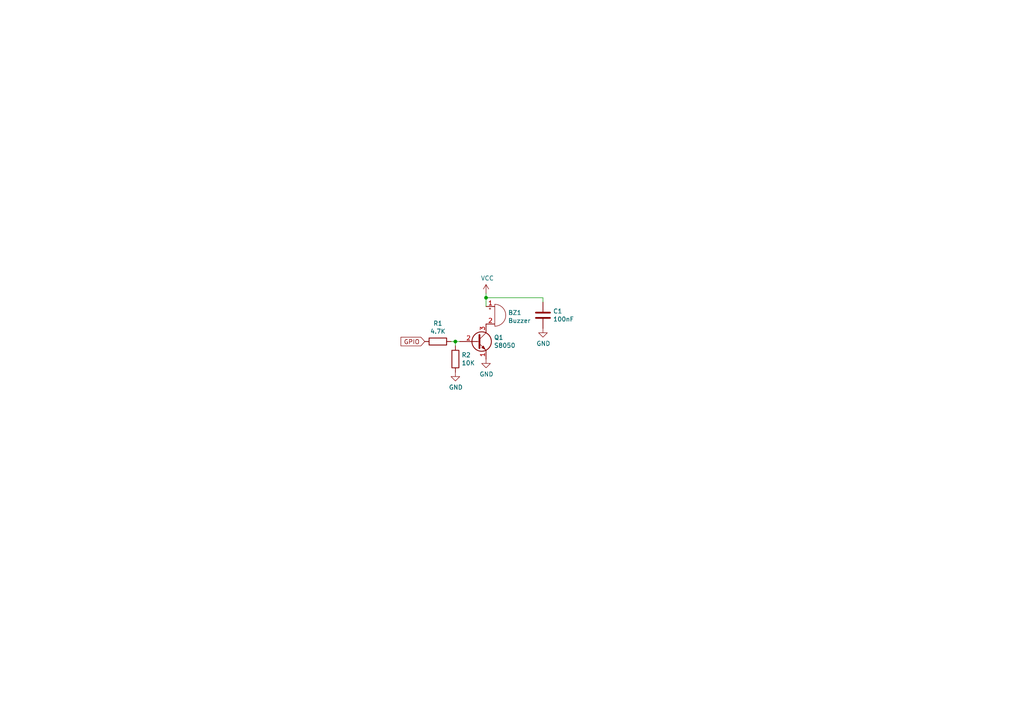
<source format=kicad_sch>
(kicad_sch (version 20211123) (generator eeschema)
  (paper "A4")
  (lib_symbols
    (symbol "Device:Buzzer" (pin_names (offset 0.0254) hide)
      (property "Reference" "BZ" (at 3.81 1.27 0))
      (property "Value" "Buzzer" (at 3.81 -1.27 0))
      (symbol "Buzzer_0_1"
        (arc (start 0 -3.175) (mid 3.175 0) (end 0 3.175))
        (polyline (pts (xy -1.651 1.905) (xy -1.143 1.905)))
        (polyline (pts (xy -1.397 2.159) (xy -1.397 1.651)))
        (polyline (pts (xy 0 3.175) (xy 0 -3.175)))
      )
      (symbol "Buzzer_1_1"
        (pin passive line (at -2.54 2.54 0) (length 2.54) (name "-") (number "1"))
        (pin passive line (at -2.54 -2.54 0) (length 2.54) (name "+") (number "2"))
      )
    )
    (symbol "Device:C" (pin_numbers hide) (pin_names (offset 0.254))
      (property "Reference" "C" (at 0.635 2.54 0))
      (property "Value" "C" (at 0.635 -2.54 0))
      (symbol "C_0_1"
        (polyline (pts (xy -2.032 -0.762) (xy 2.032 -0.762)) (stroke (width 0.508)))
        (polyline (pts (xy -2.032 0.762) (xy 2.032 0.762)) (stroke (width 0.508)))
      )
      (symbol "C_1_1"
        (pin passive line (at 0 3.81 270) (length 2.794) (name "~") (number "1"))
        (pin passive line (at 0 -3.81 90) (length 2.794) (name "~") (number "2"))
      )
    )
    (symbol "Device:R" (pin_numbers hide) (pin_names (offset 0))
      (property "Reference" "R" (at 2.032 0 90))
      (property "Value" "R" (at 0 0 90))
      (symbol "R_0_1"
        (rectangle (start -1.016 -2.54) (end 1.016 2.54) (stroke (width 0.254)))
      )
      (symbol "R_1_1"
        (pin passive line (at 0 3.81 270) (length 1.27) (name "~") (number "1"))
        (pin passive line (at 0 -3.81 90) (length 1.27) (name "~") (number "2"))
      )
    )
    (symbol "Transistor_BJT:S8050" (pin_names (offset 0) hide)
      (property "Reference" "Q" (at 5.08 1.905 0))
      (property "Value" "S8050" (at 5.08 0 0))
      (symbol "S8050_0_1"
        (polyline (pts (xy 0 0) (xy 0.635 0)))
        (polyline (pts (xy 0.635 0.635) (xy 2.54 2.54)))
        (polyline (pts (xy 0.635 -0.635) (xy 2.54 -2.54) (xy 2.54 -2.54)))
        (polyline (pts (xy 0.635 1.905) (xy 0.635 -1.905) (xy 0.635 -1.905)) (stroke (width 0.508)))
        (polyline (pts (xy 1.27 -1.778) (xy 1.778 -1.27) (xy 2.286 -2.286) (xy 1.27 -1.778) (xy 1.27 -1.778)) (fill (type outline)))
        (circle (center 1.27 0) (radius 2.8194) (stroke (width 0.254)))
      )
      (symbol "S8050_1_1"
        (pin passive line (at 2.54 -5.08 90) (length 2.54) (name "E") (number "1"))
        (pin input line (at -5.08 0 0) (length 5.08) (name "B") (number "2"))
        (pin passive line (at 2.54 5.08 270) (length 2.54) (name "C") (number "3"))
      )
    )
    (symbol "power:GND" (power) (pin_names (offset 0))
      (property "Value" "GND" (at 0 -3.81 0))
      (symbol "GND_0_1"
        (polyline (pts (xy 0 0) (xy 0 -1.27) (xy 1.27 -1.27) (xy 0 -2.54) (xy -1.27 -1.27) (xy 0 -1.27)))
      )
      (symbol "GND_1_1"
        (pin power_in line (at 0 0 270) (length 0) hide (name "GND") (number "1"))
      )
    )
    (symbol "power:VCC" (power) (pin_names (offset 0))
      (property "Value" "VCC" (at 0 3.81 0))
      (symbol "VCC_0_1"
        (polyline (pts (xy -0.762 1.27) (xy 0 2.54)))
        (polyline (pts (xy 0 0) (xy 0 2.54)))
        (polyline (pts (xy 0 2.54) (xy 0.762 1.27)))
      )
      (symbol "VCC_1_1"
        (pin power_in line (at 0 0 90) (length 0) hide (name "VCC") (number "1"))
      )
    )
  )
  (junction (at 140.97 86.36) (diameter 0.9144))
  (junction (at 132.08 99.06) (diameter 0.9144))
  (wire (pts (xy 130.81 99.06) (xy 132.08 99.06)))
  (wire (pts (xy 140.97 88.9) (xy 140.97 86.36)))
  (wire (pts (xy 140.97 86.36) (xy 157.48 86.36)))
  (wire (pts (xy 157.48 86.36) (xy 157.48 87.63)))
  (wire (pts (xy 132.08 100.33) (xy 132.08 99.06)))
  (wire (pts (xy 140.97 86.36) (xy 140.97 85.09)))
  (wire (pts (xy 132.08 99.06) (xy 133.35 99.06)))
  (global_label "GPIO" (shape input) (at 123.19 99.06 180) (property "Intersheet References" "${INTERSHEET_REFS}" (effects hide)))
  (symbol (lib_id "Device:Buzzer") (at 143.51 91.44 0) (unit 1)
    (property "Reference" "BZ1" (at 147.3708 90.7034 0) (effects (justify left)))
    (property "Value" "Buzzer" (at 147.3708 93.0148 0) (effects (justify left)))
  )
  (symbol (lib_id "power:VCC") (at 140.97 85.09 0) (unit 1)
    (property "Reference" "#PWR02" (effects hide))
    (property "Value" "VCC" (at 141.351 80.6958 0))
  )
  (symbol (lib_id "Transistor_BJT:S8050") (at 138.43 99.06 0) (unit 1)
    (property "Reference" "Q1" (at 143.256 97.8916 0) (effects (justify left)))
    (property "Value" "S8050" (at 143.256 100.203 0) (effects (justify left)))
    (property "Footprint" "Package_TO_SOT_THT:TO-92_Inline" (effects hide))
    (property "Datasheet" "http://www.unisonic.com.tw/datasheet/S8050.pdf" (effects hide))
  )
  (symbol (lib_id "Device:C") (at 157.48 91.44 0) (unit 1)
    (property "Reference" "C1" (at 160.401 90.2716 0) (effects (justify left)))
    (property "Value" "100nF" (at 160.401 92.583 0) (effects (justify left)))
  )
  (symbol (lib_id "Device:R") (at 127 99.06 270) (unit 1)
    (property "Reference" "R1" (at 127 93.8022 90))
    (property "Value" "4.7K" (at 127 96.1136 90))
  )
  (symbol (lib_id "Device:R") (at 132.08 104.14 180) (unit 1)
    (property "Reference" "R2" (at 133.858 102.9716 0) (effects (justify right)))
    (property "Value" "10K" (at 133.858 105.283 0) (effects (justify right)))
  )
  (symbol (lib_id "power:GND") (at 132.08 107.95 0) (unit 1)
    (property "Reference" "#PWR01" (effects hide))
    (property "Value" "GND" (at 132.207 112.3442 0))
  )
  (symbol (lib_id "power:GND") (at 140.97 104.14 0) (unit 1)
    (property "Reference" "#PWR03" (effects hide))
    (property "Value" "GND" (at 141.097 108.5342 0))
  )
  (symbol (lib_id "power:GND") (at 157.48 95.25 0) (unit 1)
    (property "Reference" "#PWR04" (effects hide))
    (property "Value" "GND" (at 157.607 99.6442 0))
  )
)
</source>
